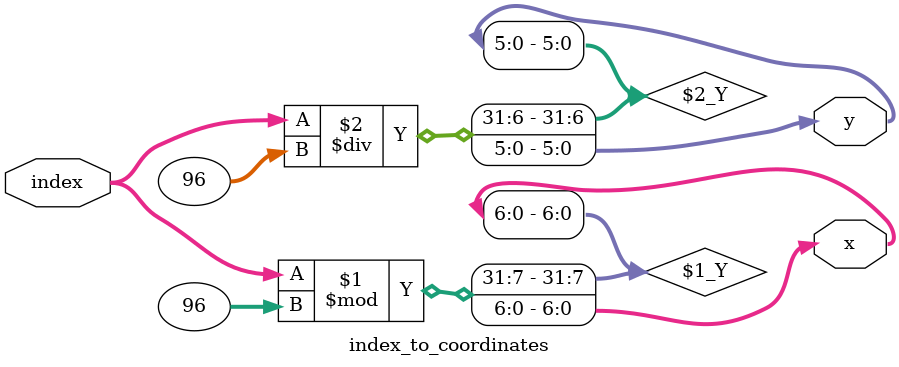
<source format=v>
`timescale 1ns / 1ps


module index_to_coordinates(input [12:0] index, output [6:0] x, output [5:0] y);

    assign x = index % 96;
    assign y = index / 96;

endmodule

</source>
